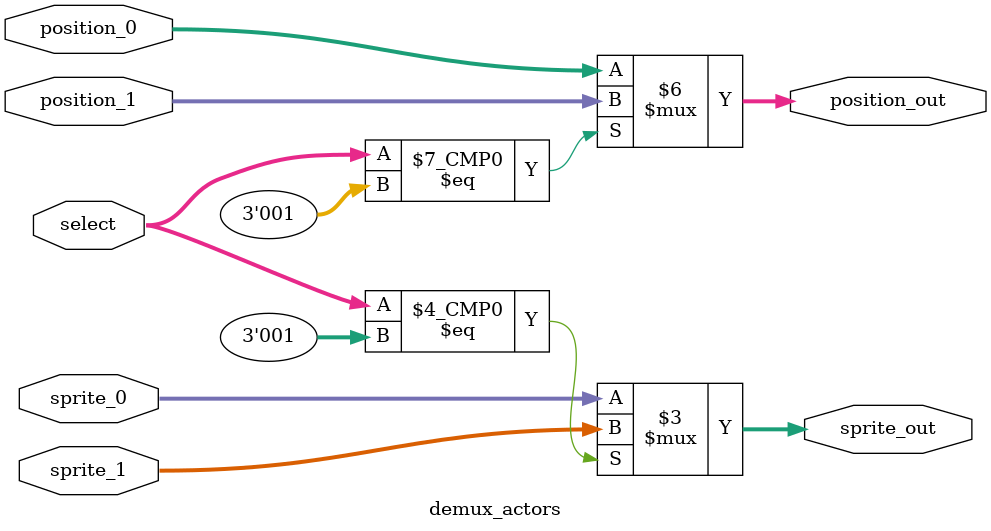
<source format=v>

module demux_actors
(
    input wire [11:0] position_0, input wire [7:0] sprite_0,
    input wire [11:0] position_1, input wire [7:0] sprite_1,
    input wire  [2:0] select,
    output reg [11:0] position_out, output reg [7:0] sprite_out
);

always @(*)
begin
    case (select)
        0:
            begin
                position_out <= position_0;
                sprite_out <= sprite_0;
            end

        1:
            begin
                position_out <= position_1;
                sprite_out <= sprite_1;
            end

        default:
            begin
                position_out <= position_0;
                sprite_out <= sprite_0;
            end
    endcase
end

endmodule
</source>
